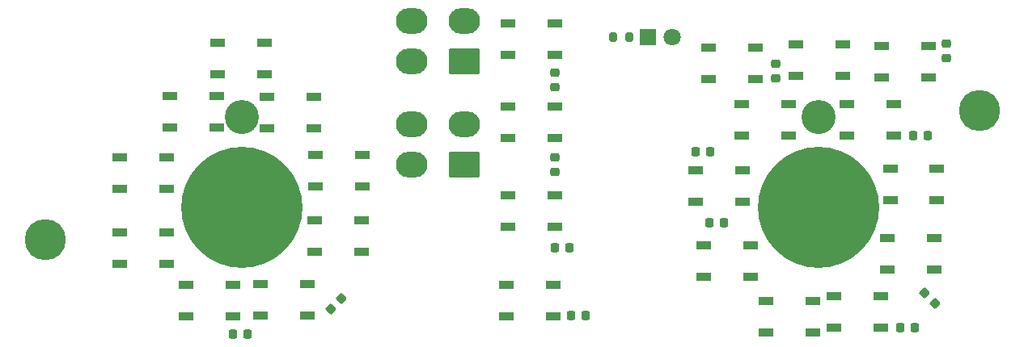
<source format=gbr>
%TF.GenerationSoftware,KiCad,Pcbnew,(6.0.9)*%
%TF.CreationDate,2023-04-01T13:25:34-08:00*%
%TF.ProjectId,HYD ISO PANEL,48594420-4953-44f2-9050-414e454c2e6b,3*%
%TF.SameCoordinates,Original*%
%TF.FileFunction,Soldermask,Top*%
%TF.FilePolarity,Negative*%
%FSLAX46Y46*%
G04 Gerber Fmt 4.6, Leading zero omitted, Abs format (unit mm)*
G04 Created by KiCad (PCBNEW (6.0.9)) date 2023-04-01 13:25:34*
%MOMM*%
%LPD*%
G01*
G04 APERTURE LIST*
G04 Aperture macros list*
%AMRoundRect*
0 Rectangle with rounded corners*
0 $1 Rounding radius*
0 $2 $3 $4 $5 $6 $7 $8 $9 X,Y pos of 4 corners*
0 Add a 4 corners polygon primitive as box body*
4,1,4,$2,$3,$4,$5,$6,$7,$8,$9,$2,$3,0*
0 Add four circle primitives for the rounded corners*
1,1,$1+$1,$2,$3*
1,1,$1+$1,$4,$5*
1,1,$1+$1,$6,$7*
1,1,$1+$1,$8,$9*
0 Add four rect primitives between the rounded corners*
20,1,$1+$1,$2,$3,$4,$5,0*
20,1,$1+$1,$4,$5,$6,$7,0*
20,1,$1+$1,$6,$7,$8,$9,0*
20,1,$1+$1,$8,$9,$2,$3,0*%
G04 Aperture macros list end*
%ADD10C,4.300000*%
%ADD11C,12.700000*%
%ADD12C,3.572000*%
%ADD13R,1.500000X0.900000*%
%ADD14RoundRect,0.225000X0.225000X0.250000X-0.225000X0.250000X-0.225000X-0.250000X0.225000X-0.250000X0*%
%ADD15RoundRect,0.225000X0.250000X-0.225000X0.250000X0.225000X-0.250000X0.225000X-0.250000X-0.225000X0*%
%ADD16RoundRect,0.225000X-0.225000X-0.250000X0.225000X-0.250000X0.225000X0.250000X-0.225000X0.250000X0*%
%ADD17RoundRect,0.225000X-0.017678X0.335876X-0.335876X0.017678X0.017678X-0.335876X0.335876X-0.017678X0*%
%ADD18RoundRect,0.225000X0.335876X0.017678X0.017678X0.335876X-0.335876X-0.017678X-0.017678X-0.335876X0*%
%ADD19RoundRect,0.225000X-0.250000X0.225000X-0.250000X-0.225000X0.250000X-0.225000X0.250000X0.225000X0*%
%ADD20RoundRect,0.200000X-0.200000X-0.275000X0.200000X-0.275000X0.200000X0.275000X-0.200000X0.275000X0*%
%ADD21RoundRect,0.250001X1.399999X-1.099999X1.399999X1.099999X-1.399999X1.099999X-1.399999X-1.099999X0*%
%ADD22O,3.300000X2.700000*%
%ADD23R,1.800000X1.800000*%
%ADD24C,1.800000*%
G04 APERTURE END LIST*
D10*
%TO.C,REF\u002A\u002A*%
X71111109Y-87250276D03*
%TD*%
%TO.C,REF\u002A\u002A*%
X168901109Y-73724776D03*
%TD*%
D11*
%TO.C,REF\u002A\u002A*%
X91748609Y-83884776D03*
D12*
X91748609Y-74359776D03*
D11*
X91748609Y-83884776D03*
%TD*%
%TO.C,REF\u002A\u002A*%
X152073609Y-83884776D03*
D12*
X152073609Y-74359776D03*
D11*
X152073609Y-83884776D03*
%TD*%
D13*
%TO.C,D1*%
X89181600Y-66548800D03*
X89181600Y-69848800D03*
X94081600Y-69848800D03*
X94081600Y-66548800D03*
%TD*%
%TO.C,D2*%
X94335600Y-72238400D03*
X94335600Y-75538400D03*
X99235600Y-75538400D03*
X99235600Y-72238400D03*
%TD*%
%TO.C,D3*%
X99454800Y-78309200D03*
X99454800Y-81609200D03*
X104354800Y-81609200D03*
X104354800Y-78309200D03*
%TD*%
%TO.C,D4*%
X99364800Y-85192400D03*
X99364800Y-88492400D03*
X104264800Y-88492400D03*
X104264800Y-85192400D03*
%TD*%
%TO.C,D5*%
X93663600Y-91872800D03*
X93663600Y-95172800D03*
X98563600Y-95172800D03*
X98563600Y-91872800D03*
%TD*%
%TO.C,D6*%
X85852000Y-91948800D03*
X85852000Y-95248800D03*
X90752000Y-95248800D03*
X90752000Y-91948800D03*
%TD*%
%TO.C,D7*%
X78920000Y-86462800D03*
X78920000Y-89762800D03*
X83820000Y-89762800D03*
X83820000Y-86462800D03*
%TD*%
%TO.C,D8*%
X78943200Y-78588800D03*
X78943200Y-81888800D03*
X83843200Y-81888800D03*
X83843200Y-78588800D03*
%TD*%
%TO.C,D9*%
X84203200Y-72187600D03*
X84203200Y-75487600D03*
X89103200Y-75487600D03*
X89103200Y-72187600D03*
%TD*%
%TO.C,D10*%
X119571600Y-64516800D03*
X119571600Y-67816800D03*
X124471600Y-67816800D03*
X124471600Y-64516800D03*
%TD*%
%TO.C,D11*%
X119610800Y-73254400D03*
X119610800Y-76554400D03*
X124510800Y-76554400D03*
X124510800Y-73254400D03*
%TD*%
%TO.C,D12*%
X119560000Y-82601600D03*
X119560000Y-85901600D03*
X124460000Y-85901600D03*
X124460000Y-82601600D03*
%TD*%
%TO.C,D13*%
X119430800Y-91948800D03*
X119430800Y-95248800D03*
X124330800Y-95248800D03*
X124330800Y-91948800D03*
%TD*%
%TO.C,D14*%
X140614400Y-67056800D03*
X140614400Y-70356800D03*
X145514400Y-70356800D03*
X145514400Y-67056800D03*
%TD*%
%TO.C,D15*%
X149758400Y-66752000D03*
X149758400Y-70052000D03*
X154658400Y-70052000D03*
X154658400Y-66752000D03*
%TD*%
%TO.C,D16*%
X158676000Y-66904400D03*
X158676000Y-70204400D03*
X163576000Y-70204400D03*
X163576000Y-66904400D03*
%TD*%
%TO.C,D17*%
X144057200Y-73026000D03*
X144057200Y-76326000D03*
X148957200Y-76326000D03*
X148957200Y-73026000D03*
%TD*%
%TO.C,D18*%
X155092400Y-73051200D03*
X155092400Y-76351200D03*
X159992400Y-76351200D03*
X159992400Y-73051200D03*
%TD*%
%TO.C,D24*%
X139219600Y-79960000D03*
X139219600Y-83260000D03*
X144119600Y-83260000D03*
X144119600Y-79960000D03*
%TD*%
%TO.C,D19*%
X159590400Y-79808000D03*
X159590400Y-83108000D03*
X164490400Y-83108000D03*
X164490400Y-79808000D03*
%TD*%
%TO.C,D23*%
X140083200Y-87808800D03*
X140083200Y-91108800D03*
X144983200Y-91108800D03*
X144983200Y-87808800D03*
%TD*%
%TO.C,D20*%
X159258000Y-87072000D03*
X159258000Y-90372000D03*
X164158000Y-90372000D03*
X164158000Y-87072000D03*
%TD*%
%TO.C,D22*%
X146597200Y-93701600D03*
X146597200Y-97001600D03*
X151497200Y-97001600D03*
X151497200Y-93701600D03*
%TD*%
%TO.C,D21*%
X153697600Y-93168000D03*
X153697600Y-96468000D03*
X158597600Y-96468000D03*
X158597600Y-93168000D03*
%TD*%
D14*
%TO.C,C2*%
X92304000Y-97157540D03*
X90754000Y-97157540D03*
%TD*%
%TO.C,C3*%
X127744620Y-95206820D03*
X126194620Y-95206820D03*
%TD*%
%TO.C,C4*%
X126022300Y-88069420D03*
X124472300Y-88069420D03*
%TD*%
D15*
%TO.C,C5*%
X124480320Y-71244660D03*
X124480320Y-69694660D03*
%TD*%
%TO.C,C6*%
X124510800Y-80119420D03*
X124510800Y-78569420D03*
%TD*%
D16*
%TO.C,C7*%
X139234980Y-77972920D03*
X140784980Y-77972920D03*
%TD*%
D17*
%TO.C,C8*%
X102111861Y-93389399D03*
X101015845Y-94485415D03*
%TD*%
D14*
%TO.C,C9*%
X163535560Y-76304140D03*
X161985560Y-76304140D03*
%TD*%
%TO.C,C11*%
X162154000Y-96428560D03*
X160604000Y-96428560D03*
%TD*%
D18*
%TO.C,C12*%
X164258041Y-93892421D03*
X163162025Y-92796405D03*
%TD*%
D19*
%TO.C,C13*%
X165470840Y-66654480D03*
X165470840Y-68204480D03*
%TD*%
%TO.C,C14*%
X147624800Y-68739620D03*
X147624800Y-70289620D03*
%TD*%
D16*
%TO.C,C15*%
X140662260Y-85420200D03*
X142212260Y-85420200D03*
%TD*%
D20*
%TO.C,R1*%
X130609940Y-65996820D03*
X132259940Y-65996820D03*
%TD*%
D21*
%TO.C,J1*%
X114968920Y-68520420D03*
D22*
X114968920Y-64320420D03*
X109468920Y-68520420D03*
X109468920Y-64320420D03*
%TD*%
D21*
%TO.C,J2*%
X114985800Y-79364840D03*
D22*
X114985800Y-75164840D03*
X109485800Y-79364840D03*
X109485800Y-75164840D03*
%TD*%
D23*
%TO.C,D25*%
X134260000Y-66000000D03*
D24*
X136800000Y-66000000D03*
%TD*%
M02*

</source>
